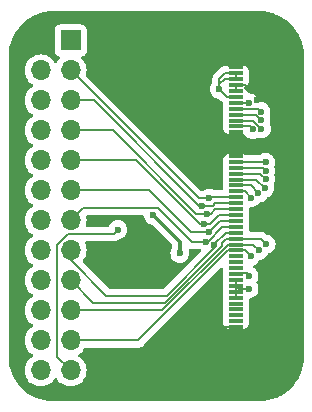
<source format=gbr>
%TF.GenerationSoftware,KiCad,Pcbnew,8.0.8*%
%TF.CreationDate,2025-04-16T08:52:23+10:00*%
%TF.ProjectId,display,64697370-6c61-4792-9e6b-696361645f70,rev?*%
%TF.SameCoordinates,Original*%
%TF.FileFunction,Copper,L2,Bot*%
%TF.FilePolarity,Positive*%
%FSLAX46Y46*%
G04 Gerber Fmt 4.6, Leading zero omitted, Abs format (unit mm)*
G04 Created by KiCad (PCBNEW 8.0.8) date 2025-04-16 08:52:23*
%MOMM*%
%LPD*%
G01*
G04 APERTURE LIST*
G04 Aperture macros list*
%AMFreePoly0*
4,1,14,-0.791020,1.208980,-0.787300,1.200000,0.800000,1.200000,0.800000,-1.200000,-0.800000,-1.200000,-0.800000,-0.412700,-1.600000,-0.412700,-1.608980,-0.408980,-1.612700,-0.400000,-1.612700,1.200000,-1.608980,1.208980,-1.600000,1.212700,-0.800000,1.212700,-0.791020,1.208980,-0.791020,1.208980,$1*%
%AMFreePoly1*
4,1,14,1.608980,1.208980,1.612700,1.200000,1.612700,-0.400000,1.608980,-0.408980,1.600000,-0.412700,0.800000,-0.412700,0.800000,-1.200000,-0.800000,-1.200000,-0.800000,1.200000,0.787300,1.200000,0.791020,1.208980,0.800000,1.212700,1.600000,1.212700,1.608980,1.208980,1.608980,1.208980,$1*%
G04 Aperture macros list end*
%TA.AperFunction,ComponentPad*%
%ADD10R,1.700000X1.700000*%
%TD*%
%TA.AperFunction,ComponentPad*%
%ADD11O,1.700000X1.700000*%
%TD*%
%TA.AperFunction,SMDPad,CuDef*%
%ADD12R,1.200000X0.300000*%
%TD*%
%TA.AperFunction,SMDPad,CuDef*%
%ADD13FreePoly0,270.000000*%
%TD*%
%TA.AperFunction,SMDPad,CuDef*%
%ADD14FreePoly1,270.000000*%
%TD*%
%TA.AperFunction,ViaPad*%
%ADD15C,0.600000*%
%TD*%
%TA.AperFunction,Conductor*%
%ADD16C,0.200000*%
%TD*%
%TA.AperFunction,Conductor*%
%ADD17C,0.300000*%
%TD*%
G04 APERTURE END LIST*
D10*
%TO.P,J3,1,Pin_1*%
%TO.N,+3.3V*%
X58000000Y-41970000D03*
D11*
%TO.P,J3,2,Pin_2*%
%TO.N,GND*%
X55460000Y-41970000D03*
%TO.P,J3,3,Pin_3*%
%TO.N,DISP_DB6*%
X58000000Y-44510000D03*
%TO.P,J3,4,Pin_4*%
%TO.N,DISP_RES*%
X55460000Y-44510000D03*
%TO.P,J3,5,Pin_5*%
%TO.N,DISP_DB7*%
X58000000Y-47050000D03*
%TO.P,J3,6,Pin_6*%
%TO.N,DISP_CS*%
X55460000Y-47050000D03*
%TO.P,J3,7,Pin_7*%
%TO.N,DISP_DB8*%
X58000000Y-49590000D03*
%TO.P,J3,8,Pin_8*%
%TO.N,DISP_DC*%
X55460000Y-49590000D03*
%TO.P,J3,9,Pin_9*%
%TO.N,DISP_DB9*%
X58000000Y-52130000D03*
%TO.P,J3,10,Pin_10*%
%TO.N,DISP_WR*%
X55460000Y-52130000D03*
%TO.P,J3,11,Pin_11*%
%TO.N,DISP_DB10*%
X58000000Y-54670000D03*
%TO.P,J3,12,Pin_12*%
%TO.N,DISP_RD*%
X55460000Y-54670000D03*
%TO.P,J3,13,Pin_13*%
%TO.N,DISP_DB11*%
X58000000Y-57210000D03*
%TO.P,J3,14,Pin_14*%
%TO.N,DISP_DB0*%
X55460000Y-57210000D03*
%TO.P,J3,15,Pin_15*%
%TO.N,DISP_DB12*%
X58000000Y-59750000D03*
%TO.P,J3,16,Pin_16*%
%TO.N,DISP_DB1*%
X55460000Y-59750000D03*
%TO.P,J3,17,Pin_17*%
%TO.N,DISP_DB13*%
X58000000Y-62290000D03*
%TO.P,J3,18,Pin_18*%
%TO.N,DISP_DB2*%
X55460000Y-62290000D03*
%TO.P,J3,19,Pin_19*%
%TO.N,DISP_DB14*%
X58000000Y-64830000D03*
%TO.P,J3,20,Pin_20*%
%TO.N,DISP_DB3*%
X55460000Y-64830000D03*
%TO.P,J3,21,Pin_21*%
%TO.N,DISP_DB15*%
X58000000Y-67370000D03*
%TO.P,J3,22,Pin_22*%
%TO.N,DISP_DB4*%
X55460000Y-67370000D03*
%TO.P,J3,23,Pin_23*%
%TO.N,DISP_BL*%
X58000000Y-69910000D03*
%TO.P,J3,24,Pin_24*%
%TO.N,DISP_DB5*%
X55460000Y-69910000D03*
%TD*%
D12*
%TO.P,J2,1,GND*%
%TO.N,GND*%
X72000000Y-66250000D03*
%TO.P,J2,2,VCI*%
%TO.N,N/C*%
X72000000Y-65750000D03*
%TO.P,J2,3,IOVCC*%
X72000000Y-65250000D03*
%TO.P,J2,4,IM2*%
X72000000Y-64750020D03*
%TO.P,J2,5,IM1*%
X72000000Y-64250020D03*
%TO.P,J2,6,IM0*%
%TO.N,DISP_LEDK*%
X72000000Y-63750020D03*
%TO.P,J2,7,RESET*%
X72000000Y-63250020D03*
%TO.P,J2,8,CS*%
X72000000Y-62750020D03*
%TO.P,J2,9,DC*%
X72000000Y-62250020D03*
%TO.P,J2,10,WR*%
%TO.N,DISP_LEDA*%
X72000000Y-61750020D03*
%TO.P,J2,11,RD*%
%TO.N,N/C*%
X72000000Y-61250020D03*
%TO.P,J2,12,VSYNC*%
X72000000Y-60750020D03*
%TO.P,J2,13,HSYNC*%
X72000000Y-60250020D03*
%TO.P,J2,14,ENABLE*%
%TO.N,DISP_DB15*%
X72000000Y-59750020D03*
%TO.P,J2,15,DOTCLK*%
%TO.N,DISP_DB14*%
X72000000Y-59250020D03*
%TO.P,J2,16,SDA*%
%TO.N,DISP_DB13*%
X72000000Y-58750020D03*
%TO.P,J2,17,DB0*%
%TO.N,DISP_DB12*%
X72000000Y-58250020D03*
%TO.P,J2,18,DB1*%
%TO.N,DISP_DB11*%
X72000000Y-57750020D03*
%TO.P,J2,19,DB2*%
%TO.N,DISP_DB10*%
X72000000Y-57250020D03*
%TO.P,J2,20,DB3*%
%TO.N,DISP_DB9*%
X72000000Y-56750020D03*
%TO.P,J2,21,DB4*%
%TO.N,DISP_DB8*%
X72000000Y-56250020D03*
%TO.P,J2,22,DB5*%
%TO.N,DISP_DB7*%
X72000000Y-55750022D03*
%TO.P,J2,23,DB6*%
%TO.N,DISP_DB6*%
X72000000Y-55250022D03*
%TO.P,J2,24,DB7*%
%TO.N,DISP_DB5*%
X72000000Y-54750022D03*
%TO.P,J2,25,DB8*%
%TO.N,DISP_DB4*%
X72000000Y-54250022D03*
%TO.P,J2,26,DB9*%
%TO.N,DISP_DB3*%
X72000000Y-53750020D03*
%TO.P,J2,27,DB10*%
%TO.N,DISP_DB2*%
X72000000Y-53250020D03*
%TO.P,J2,28,DB11*%
%TO.N,DISP_DB1*%
X72000000Y-52750020D03*
%TO.P,J2,29,DB12*%
%TO.N,DISP_DB0*%
X72000000Y-52250020D03*
%TO.P,J2,30,DB13*%
%TO.N,GND*%
X72000000Y-51750020D03*
%TO.P,J2,31,DB14*%
X72000000Y-51250020D03*
%TO.P,J2,32,DB15*%
X72000000Y-50750020D03*
%TO.P,J2,33,DB16*%
X72000000Y-50250020D03*
%TO.P,J2,34,DB17*%
X72000000Y-49750020D03*
%TO.P,J2,35,SDO*%
%TO.N,DISP_RD*%
X72000000Y-49250020D03*
%TO.P,J2,36,LEDA*%
%TO.N,DISP_WR*%
X72000000Y-48750020D03*
%TO.P,J2,37,LEDK1*%
%TO.N,DISP_DC*%
X72000000Y-48250020D03*
%TO.P,J2,38,LEDK2*%
%TO.N,DISP_CS*%
X72000000Y-47750020D03*
%TO.P,J2,39,LEDK3*%
%TO.N,DISP_RES*%
X72000000Y-47250020D03*
%TO.P,J2,40,LEDK4*%
%TO.N,+3.3V*%
X72000000Y-46750020D03*
%TO.P,J2,41,XR(NC)*%
%TO.N,GND*%
X72000000Y-46250020D03*
%TO.P,J2,42,YU(NC)*%
X72000000Y-45750020D03*
%TO.P,J2,43,XL(NC)*%
%TO.N,+3.3V*%
X72000000Y-45250020D03*
%TO.P,J2,44,YD(NC)*%
X72000000Y-44750000D03*
%TO.P,J2,45,GND*%
%TO.N,GND*%
X72000000Y-44250000D03*
D13*
%TO.P,J2,P1*%
X74699590Y-42550000D03*
D14*
%TO.P,J2,P2*%
X74697990Y-67950000D03*
%TD*%
D15*
%TO.N,GND*%
X70500000Y-43250000D03*
X64750000Y-59000000D03*
X68750000Y-50750000D03*
X73750000Y-47000000D03*
X70250000Y-65500000D03*
X62000000Y-62250000D03*
%TO.N,+3.3V*%
X70600010Y-46099990D03*
%TO.N,DISP_LEDA*%
X73100000Y-61900000D03*
%TO.N,DISP_LEDK*%
X73100000Y-63000000D03*
X67250000Y-60000000D03*
X65000000Y-56750000D03*
%TO.N,DISP_RES*%
X73096164Y-47250000D03*
%TO.N,DISP_DB3*%
X74446610Y-54462712D03*
%TO.N,DISP_DB10*%
X69673020Y-58218931D03*
%TO.N,DISP_WR*%
X74150000Y-49450000D03*
%TO.N,DISP_DB2*%
X74500000Y-53700000D03*
%TO.N,DISP_DB12*%
X70164277Y-59292831D03*
%TO.N,DISP_DB9*%
X69250000Y-57500000D03*
%TO.N,DISP_CS*%
X74107108Y-47992892D03*
%TO.N,DISP_DB4*%
X73900000Y-54900000D03*
%TO.N,DISP_DB5*%
X73300000Y-55300000D03*
%TO.N,DISP_DB6*%
X69750000Y-55349978D03*
%TO.N,DISP_DB11*%
X69500000Y-59000000D03*
%TO.N,DISP_DB14*%
X73950184Y-59750000D03*
%TO.N,DISP_DB8*%
X69549060Y-56628540D03*
%TO.N,DISP_DB1*%
X74503554Y-52996446D03*
%TO.N,DISP_DB15*%
X73250000Y-60250000D03*
%TO.N,DISP_DB7*%
X69125317Y-55949978D03*
%TO.N,DISP_DC*%
X74103554Y-48696446D03*
%TO.N,DISP_RD*%
X73400000Y-49500000D03*
%TO.N,DISP_DB0*%
X74499383Y-52296456D03*
%TO.N,DISP_DB13*%
X74542048Y-59211762D03*
%TO.N,DISP_BL*%
X62000000Y-58000000D03*
%TD*%
D16*
%TO.N,GND*%
X72000000Y-44250000D02*
X71500000Y-44250000D01*
X72000000Y-46250020D02*
X72000000Y-45750020D01*
X73750000Y-46700020D02*
X73750000Y-47000000D01*
X71500000Y-44250000D02*
X70500000Y-43250000D01*
X72000000Y-51250020D02*
X72000000Y-49750020D01*
X71000000Y-66250000D02*
X70250000Y-65500000D01*
X72000000Y-66250000D02*
X71000000Y-66250000D01*
X72000000Y-45750020D02*
X72800000Y-45750020D01*
X72800000Y-45750020D02*
X73750000Y-46700020D01*
X72000000Y-51750020D02*
X72000000Y-51250020D01*
%TO.N,+3.3V*%
X70600010Y-46099990D02*
X70600010Y-45199990D01*
X71250040Y-46750020D02*
X70600010Y-46099990D01*
X71049980Y-45250020D02*
X72000000Y-45250020D01*
X71050000Y-44750000D02*
X72000000Y-44750000D01*
X72000000Y-46750020D02*
X71250040Y-46750020D01*
X70600010Y-45699990D02*
X71049980Y-45250020D01*
X72000000Y-45250020D02*
X72000000Y-44750000D01*
X70600010Y-45199990D02*
X71050000Y-44750000D01*
X70600010Y-46099990D02*
X70600010Y-45699990D01*
%TO.N,DISP_LEDA*%
X72050020Y-61700000D02*
X72000000Y-61750020D01*
X73100000Y-61900000D02*
X72900000Y-61700000D01*
X72900000Y-61700000D02*
X72050020Y-61700000D01*
D17*
%TO.N,DISP_LEDK*%
X67250000Y-59000000D02*
X65000000Y-56750000D01*
D16*
X72249980Y-63000000D02*
X72000000Y-62750020D01*
X73100000Y-63000000D02*
X72249980Y-63000000D01*
D17*
X67250000Y-60000000D02*
X67250000Y-59000000D01*
D16*
X72000000Y-63750020D02*
X72000000Y-62250020D01*
%TO.N,DISP_RES*%
X72000020Y-47250000D02*
X72000000Y-47250020D01*
X73096164Y-47250000D02*
X72000020Y-47250000D01*
%TO.N,DISP_DB3*%
X73733918Y-53750020D02*
X72000000Y-53750020D01*
X74446610Y-54462712D02*
X73733918Y-53750020D01*
%TO.N,DISP_DB10*%
X69673020Y-58218931D02*
X68186088Y-58218931D01*
X64637157Y-54670000D02*
X58000000Y-54670000D01*
X69673020Y-58218931D02*
X70641931Y-57250020D01*
X68186088Y-58218931D02*
X64637157Y-54670000D01*
X70641931Y-57250020D02*
X72000000Y-57250020D01*
%TO.N,DISP_WR*%
X73450020Y-48750020D02*
X74150000Y-49450000D01*
X72000000Y-48750020D02*
X73450020Y-48750020D01*
%TO.N,DISP_DB2*%
X72000000Y-53250020D02*
X74050020Y-53250020D01*
X74050020Y-53250020D02*
X74500000Y-53700000D01*
%TO.N,DISP_DB12*%
X70164277Y-59235723D02*
X71149980Y-58250020D01*
X58000000Y-60600000D02*
X58000000Y-59750000D01*
X70164277Y-59578412D02*
X66142689Y-63600000D01*
X70164277Y-59292831D02*
X70164277Y-59235723D01*
X61000000Y-63600000D02*
X58000000Y-60600000D01*
X66142689Y-63600000D02*
X61000000Y-63600000D01*
X70164277Y-59292831D02*
X70164277Y-59578412D01*
X71149980Y-58250020D02*
X72000000Y-58250020D01*
%TO.N,DISP_DB9*%
X63564314Y-52130000D02*
X68934314Y-57500000D01*
X68934314Y-57500000D02*
X69250000Y-57500000D01*
X70549980Y-56750020D02*
X72000000Y-56750020D01*
X69800000Y-57500000D02*
X70549980Y-56750020D01*
X58000000Y-52130000D02*
X63564314Y-52130000D01*
X69250000Y-57500000D02*
X69800000Y-57500000D01*
%TO.N,DISP_CS*%
X74107108Y-47992892D02*
X73864236Y-47750020D01*
X73864236Y-47750020D02*
X72000000Y-47750020D01*
%TO.N,DISP_DB4*%
X73250022Y-54250022D02*
X73900000Y-54900000D01*
X72000000Y-54250022D02*
X73250022Y-54250022D01*
%TO.N,DISP_DB5*%
X72000000Y-54750022D02*
X72750022Y-54750022D01*
X72750022Y-54750022D02*
X73300000Y-55300000D01*
%TO.N,DISP_DB6*%
X69750000Y-55349978D02*
X69849956Y-55250022D01*
X68839978Y-55349978D02*
X58000000Y-44510000D01*
X69750000Y-55349978D02*
X68839978Y-55349978D01*
X69849956Y-55250022D02*
X72000000Y-55250022D01*
%TO.N,DISP_DB11*%
X59060000Y-56150000D02*
X58000000Y-57210000D01*
X68250000Y-59000000D02*
X65400000Y-56150000D01*
X69500000Y-59000000D02*
X68250000Y-59000000D01*
X70849038Y-57750020D02*
X72000000Y-57750020D01*
X69599058Y-59000000D02*
X70849038Y-57750020D01*
X69500000Y-59000000D02*
X69599058Y-59000000D01*
X65400000Y-56150000D02*
X59060000Y-56150000D01*
%TO.N,DISP_DB14*%
X73450204Y-59250020D02*
X72000000Y-59250020D01*
X72000000Y-59250020D02*
X71350000Y-59250020D01*
X65770020Y-64830000D02*
X58000000Y-64830000D01*
X71350000Y-59250020D02*
X65770020Y-64830000D01*
X73950184Y-59750000D02*
X73450204Y-59250020D01*
%TO.N,DISP_DB8*%
X61590000Y-49590000D02*
X58000000Y-49590000D01*
X69549060Y-56628540D02*
X69871460Y-56628540D01*
X69549060Y-56628540D02*
X68628540Y-56628540D01*
X68628540Y-56628540D02*
X61590000Y-49590000D01*
X70249980Y-56250020D02*
X72000000Y-56250020D01*
X69871460Y-56628540D02*
X70249980Y-56250020D01*
%TO.N,DISP_DB1*%
X74257128Y-52750020D02*
X72000000Y-52750020D01*
X74503554Y-52996446D02*
X74257128Y-52750020D01*
%TO.N,DISP_DB15*%
X63730020Y-67370000D02*
X58000000Y-67370000D01*
X73250000Y-60250000D02*
X72750020Y-59750020D01*
X71350000Y-59750020D02*
X63730020Y-67370000D01*
X72750020Y-59750020D02*
X72000000Y-59750020D01*
X72000000Y-59750020D02*
X71350000Y-59750020D01*
%TO.N,DISP_DB7*%
X69125317Y-55949978D02*
X70050022Y-55949978D01*
X70249978Y-55750022D02*
X72000000Y-55750022D01*
X58000000Y-47050000D02*
X59974314Y-47050000D01*
X68874292Y-55949978D02*
X69125317Y-55949978D01*
X70050022Y-55949978D02*
X70249978Y-55750022D01*
X59974314Y-47050000D02*
X68874292Y-55949978D01*
%TO.N,DISP_DC*%
X72000000Y-48250020D02*
X73657128Y-48250020D01*
X73657128Y-48250020D02*
X74103554Y-48696446D01*
%TO.N,DISP_RD*%
X73150020Y-49250020D02*
X73400000Y-49500000D01*
X72000000Y-49250020D02*
X73150020Y-49250020D01*
%TO.N,DISP_DB0*%
X74452947Y-52250020D02*
X72000000Y-52250020D01*
X74499383Y-52296456D02*
X74452947Y-52250020D01*
%TO.N,DISP_DB13*%
X74542048Y-59211762D02*
X74080306Y-58750020D01*
X74080306Y-58750020D02*
X72000000Y-58750020D01*
X70800000Y-59366953D02*
X65966953Y-64200000D01*
X70800000Y-59100000D02*
X70800000Y-59366953D01*
X72000000Y-58750020D02*
X71149980Y-58750020D01*
X71149980Y-58750020D02*
X70800000Y-59100000D01*
X65966953Y-64200000D02*
X59910000Y-64200000D01*
X59910000Y-64200000D02*
X58000000Y-62290000D01*
%TO.N,DISP_BL*%
X57763654Y-58360000D02*
X61640000Y-58360000D01*
X56850000Y-59273654D02*
X57763654Y-58360000D01*
X58000000Y-69910000D02*
X56850000Y-68760000D01*
X56850000Y-68760000D02*
X56850000Y-59273654D01*
X61640000Y-58360000D02*
X62000000Y-58000000D01*
%TD*%
%TA.AperFunction,Conductor*%
%TO.N,GND*%
G36*
X64150717Y-56770185D02*
G01*
X64196472Y-56822989D01*
X64206898Y-56860617D01*
X64214630Y-56929249D01*
X64274210Y-57099521D01*
X64274211Y-57099522D01*
X64370184Y-57252262D01*
X64497738Y-57379816D01*
X64650478Y-57475789D01*
X64820745Y-57535368D01*
X64827974Y-57536182D01*
X64892388Y-57563246D01*
X64901776Y-57571722D01*
X66563181Y-59233127D01*
X66596666Y-59294450D01*
X66599500Y-59320808D01*
X66599500Y-59494931D01*
X66580494Y-59560903D01*
X66524211Y-59650477D01*
X66524209Y-59650481D01*
X66464633Y-59820737D01*
X66464630Y-59820750D01*
X66444435Y-59999996D01*
X66444435Y-60000003D01*
X66464630Y-60179249D01*
X66464631Y-60179254D01*
X66524211Y-60349523D01*
X66603549Y-60475788D01*
X66620184Y-60502262D01*
X66747738Y-60629816D01*
X66900478Y-60725789D01*
X67070745Y-60785368D01*
X67070750Y-60785369D01*
X67249996Y-60805565D01*
X67250000Y-60805565D01*
X67250004Y-60805565D01*
X67429249Y-60785369D01*
X67429252Y-60785368D01*
X67429255Y-60785368D01*
X67599522Y-60725789D01*
X67752262Y-60629816D01*
X67879816Y-60502262D01*
X67975789Y-60349522D01*
X68035368Y-60179255D01*
X68055565Y-60000000D01*
X68055367Y-59998244D01*
X68035369Y-59820750D01*
X68035366Y-59820737D01*
X68013792Y-59759082D01*
X68010230Y-59689303D01*
X68044958Y-59628676D01*
X68106952Y-59596448D01*
X68162930Y-59598353D01*
X68170943Y-59600501D01*
X68170944Y-59600501D01*
X68336654Y-59600501D01*
X68336670Y-59600500D01*
X68917588Y-59600500D01*
X68984627Y-59620185D01*
X68994903Y-59627555D01*
X68997736Y-59629814D01*
X68997738Y-59629816D01*
X69029374Y-59649694D01*
X69075665Y-59702029D01*
X69086313Y-59771082D01*
X69057938Y-59834931D01*
X69051083Y-59842369D01*
X65930273Y-62963181D01*
X65868950Y-62996666D01*
X65842592Y-62999500D01*
X61300098Y-62999500D01*
X61233059Y-62979815D01*
X61212417Y-62963181D01*
X59042246Y-60793011D01*
X59008761Y-60731688D01*
X59013745Y-60661996D01*
X59036522Y-60626808D01*
X59035017Y-60625545D01*
X59038488Y-60621407D01*
X59038495Y-60621401D01*
X59174035Y-60427830D01*
X59273903Y-60213663D01*
X59335063Y-59985408D01*
X59355659Y-59750000D01*
X59335063Y-59514592D01*
X59273903Y-59286337D01*
X59204220Y-59136904D01*
X59193729Y-59067828D01*
X59222249Y-59004044D01*
X59280725Y-58965804D01*
X59316603Y-58960500D01*
X61553331Y-58960500D01*
X61553347Y-58960501D01*
X61560943Y-58960501D01*
X61719054Y-58960501D01*
X61719057Y-58960501D01*
X61871785Y-58919577D01*
X61921904Y-58890639D01*
X62008716Y-58840520D01*
X62018533Y-58830703D01*
X62079855Y-58797216D01*
X62092316Y-58795162D01*
X62179255Y-58785368D01*
X62349522Y-58725789D01*
X62502262Y-58629816D01*
X62629816Y-58502262D01*
X62725789Y-58349522D01*
X62785368Y-58179255D01*
X62786321Y-58170799D01*
X62805565Y-58000003D01*
X62805565Y-57999996D01*
X62785369Y-57820750D01*
X62785368Y-57820745D01*
X62725788Y-57650476D01*
X62653972Y-57536182D01*
X62629816Y-57497738D01*
X62502262Y-57370184D01*
X62349523Y-57274211D01*
X62179254Y-57214631D01*
X62179249Y-57214630D01*
X62000004Y-57194435D01*
X61999996Y-57194435D01*
X61820750Y-57214630D01*
X61820745Y-57214631D01*
X61650476Y-57274211D01*
X61497737Y-57370184D01*
X61370184Y-57497737D01*
X61274210Y-57650477D01*
X61274210Y-57650478D01*
X61265122Y-57676453D01*
X61224401Y-57733230D01*
X61159449Y-57758978D01*
X61148080Y-57759500D01*
X59412503Y-57759500D01*
X59345464Y-57739815D01*
X59299709Y-57687011D01*
X59289765Y-57617853D01*
X59292728Y-57603407D01*
X59306467Y-57552131D01*
X59335063Y-57445408D01*
X59355659Y-57210000D01*
X59335063Y-56974592D01*
X59316843Y-56906593D01*
X59318506Y-56836743D01*
X59357669Y-56778881D01*
X59421897Y-56751377D01*
X59436618Y-56750500D01*
X64083678Y-56750500D01*
X64150717Y-56770185D01*
G37*
%TD.AperFunction*%
%TA.AperFunction,Conductor*%
G36*
X74003032Y-39500648D02*
G01*
X74361433Y-39518256D01*
X74373541Y-39519448D01*
X74725475Y-39571653D01*
X74737389Y-39574023D01*
X75082520Y-39660473D01*
X75094147Y-39664000D01*
X75429151Y-39783867D01*
X75440363Y-39788511D01*
X75762012Y-39940639D01*
X75772720Y-39946363D01*
X76077881Y-40129270D01*
X76087999Y-40136030D01*
X76373769Y-40347971D01*
X76383175Y-40355691D01*
X76646790Y-40594618D01*
X76655381Y-40603209D01*
X76857883Y-40826635D01*
X76894308Y-40866824D01*
X76902028Y-40876230D01*
X77113969Y-41162000D01*
X77120729Y-41172118D01*
X77303629Y-41477267D01*
X77309366Y-41487999D01*
X77461485Y-41809629D01*
X77466136Y-41820858D01*
X77585994Y-42155837D01*
X77589526Y-42167481D01*
X77675973Y-42512597D01*
X77678347Y-42524532D01*
X77730550Y-42876457D01*
X77731743Y-42888567D01*
X77749351Y-43246966D01*
X77749500Y-43253051D01*
X77749500Y-68746948D01*
X77749351Y-68753033D01*
X77731743Y-69111432D01*
X77730550Y-69123542D01*
X77678347Y-69475467D01*
X77675973Y-69487402D01*
X77589526Y-69832518D01*
X77585994Y-69844162D01*
X77478207Y-70145408D01*
X77466142Y-70179127D01*
X77461485Y-70190370D01*
X77309366Y-70512000D01*
X77303629Y-70522732D01*
X77120729Y-70827881D01*
X77113969Y-70837999D01*
X76902028Y-71123769D01*
X76894308Y-71133175D01*
X76655388Y-71396783D01*
X76646783Y-71405388D01*
X76383175Y-71644308D01*
X76373769Y-71652028D01*
X76087999Y-71863969D01*
X76077881Y-71870729D01*
X75772732Y-72053629D01*
X75762000Y-72059366D01*
X75440370Y-72211485D01*
X75429134Y-72216139D01*
X75318365Y-72255773D01*
X75094162Y-72335994D01*
X75082518Y-72339526D01*
X74737402Y-72425973D01*
X74725467Y-72428347D01*
X74373542Y-72480550D01*
X74361432Y-72481743D01*
X74023927Y-72498324D01*
X74003031Y-72499351D01*
X73996949Y-72499500D01*
X56503051Y-72499500D01*
X56496968Y-72499351D01*
X56474856Y-72498264D01*
X56138567Y-72481743D01*
X56126457Y-72480550D01*
X55774532Y-72428347D01*
X55762597Y-72425973D01*
X55417481Y-72339526D01*
X55405837Y-72335994D01*
X55070858Y-72216136D01*
X55059629Y-72211485D01*
X54737999Y-72059366D01*
X54727272Y-72053631D01*
X54422118Y-71870729D01*
X54412000Y-71863969D01*
X54126230Y-71652028D01*
X54116824Y-71644308D01*
X54076635Y-71607883D01*
X53853209Y-71405381D01*
X53844618Y-71396790D01*
X53605691Y-71133175D01*
X53597971Y-71123769D01*
X53568500Y-71084032D01*
X53386028Y-70837996D01*
X53379270Y-70827881D01*
X53196363Y-70522720D01*
X53190639Y-70512012D01*
X53038511Y-70190363D01*
X53033867Y-70179151D01*
X52914000Y-69844147D01*
X52910473Y-69832518D01*
X52870913Y-69674586D01*
X52824023Y-69487389D01*
X52821652Y-69475467D01*
X52769449Y-69123542D01*
X52768256Y-69111431D01*
X52760689Y-68957411D01*
X52750649Y-68753032D01*
X52750500Y-68746948D01*
X52750500Y-44509999D01*
X54104341Y-44509999D01*
X54104341Y-44510000D01*
X54124936Y-44745403D01*
X54124938Y-44745413D01*
X54186094Y-44973655D01*
X54186096Y-44973659D01*
X54186097Y-44973663D01*
X54222696Y-45052149D01*
X54285965Y-45187830D01*
X54285967Y-45187834D01*
X54349836Y-45279047D01*
X54421501Y-45381396D01*
X54421506Y-45381402D01*
X54588597Y-45548493D01*
X54588603Y-45548498D01*
X54774158Y-45678425D01*
X54817783Y-45733002D01*
X54824977Y-45802500D01*
X54793454Y-45864855D01*
X54774158Y-45881575D01*
X54588597Y-46011505D01*
X54421505Y-46178597D01*
X54285965Y-46372169D01*
X54285964Y-46372171D01*
X54186098Y-46586335D01*
X54186094Y-46586344D01*
X54124938Y-46814586D01*
X54124936Y-46814596D01*
X54104341Y-47049999D01*
X54104341Y-47050000D01*
X54124936Y-47285403D01*
X54124938Y-47285413D01*
X54186094Y-47513655D01*
X54186096Y-47513659D01*
X54186097Y-47513663D01*
X54258839Y-47669658D01*
X54285965Y-47727830D01*
X54285967Y-47727834D01*
X54346051Y-47813642D01*
X54421501Y-47921396D01*
X54421506Y-47921402D01*
X54588597Y-48088493D01*
X54588603Y-48088498D01*
X54774158Y-48218425D01*
X54817783Y-48273002D01*
X54824977Y-48342500D01*
X54793454Y-48404855D01*
X54774158Y-48421575D01*
X54588597Y-48551505D01*
X54421505Y-48718597D01*
X54285965Y-48912169D01*
X54285964Y-48912171D01*
X54186098Y-49126335D01*
X54186094Y-49126344D01*
X54124938Y-49354586D01*
X54124936Y-49354596D01*
X54104341Y-49589999D01*
X54104341Y-49590000D01*
X54124936Y-49825403D01*
X54124938Y-49825413D01*
X54186094Y-50053655D01*
X54186096Y-50053659D01*
X54186097Y-50053663D01*
X54266361Y-50225789D01*
X54285965Y-50267830D01*
X54285967Y-50267834D01*
X54312387Y-50305565D01*
X54421501Y-50461396D01*
X54421506Y-50461402D01*
X54588597Y-50628493D01*
X54588603Y-50628498D01*
X54774158Y-50758425D01*
X54817783Y-50813002D01*
X54824977Y-50882500D01*
X54793454Y-50944855D01*
X54774158Y-50961575D01*
X54588597Y-51091505D01*
X54421505Y-51258597D01*
X54285965Y-51452169D01*
X54285964Y-51452171D01*
X54186098Y-51666335D01*
X54186094Y-51666344D01*
X54124938Y-51894586D01*
X54124936Y-51894596D01*
X54104341Y-52129999D01*
X54104341Y-52130000D01*
X54124936Y-52365403D01*
X54124938Y-52365413D01*
X54186094Y-52593655D01*
X54186096Y-52593659D01*
X54186097Y-52593663D01*
X54258839Y-52749658D01*
X54285965Y-52807830D01*
X54285967Y-52807834D01*
X54384042Y-52947898D01*
X54421501Y-53001396D01*
X54421506Y-53001402D01*
X54588597Y-53168493D01*
X54588603Y-53168498D01*
X54774158Y-53298425D01*
X54817783Y-53353002D01*
X54824977Y-53422500D01*
X54793454Y-53484855D01*
X54774158Y-53501575D01*
X54588597Y-53631505D01*
X54421505Y-53798597D01*
X54285965Y-53992169D01*
X54285964Y-53992171D01*
X54186098Y-54206335D01*
X54186094Y-54206344D01*
X54124938Y-54434586D01*
X54124936Y-54434596D01*
X54104341Y-54669999D01*
X54104341Y-54670000D01*
X54124936Y-54905403D01*
X54124938Y-54905413D01*
X54186094Y-55133655D01*
X54186096Y-55133659D01*
X54186097Y-55133663D01*
X54256409Y-55284447D01*
X54285965Y-55347830D01*
X54285967Y-55347834D01*
X54394281Y-55502521D01*
X54421501Y-55541396D01*
X54421506Y-55541402D01*
X54588597Y-55708493D01*
X54588603Y-55708498D01*
X54774158Y-55838425D01*
X54817783Y-55893002D01*
X54824977Y-55962500D01*
X54793454Y-56024855D01*
X54774158Y-56041575D01*
X54588597Y-56171505D01*
X54421505Y-56338597D01*
X54285965Y-56532169D01*
X54285964Y-56532171D01*
X54186098Y-56746335D01*
X54186094Y-56746344D01*
X54124938Y-56974586D01*
X54124936Y-56974596D01*
X54104341Y-57209999D01*
X54104341Y-57210000D01*
X54124936Y-57445403D01*
X54124938Y-57445413D01*
X54186094Y-57673655D01*
X54186096Y-57673659D01*
X54186097Y-57673663D01*
X54225880Y-57758978D01*
X54285965Y-57887830D01*
X54285967Y-57887834D01*
X54364507Y-58000000D01*
X54421501Y-58081396D01*
X54421506Y-58081402D01*
X54588597Y-58248493D01*
X54588603Y-58248498D01*
X54774158Y-58378425D01*
X54817783Y-58433002D01*
X54824977Y-58502500D01*
X54793454Y-58564855D01*
X54774158Y-58581575D01*
X54588597Y-58711505D01*
X54421505Y-58878597D01*
X54285965Y-59072169D01*
X54285964Y-59072171D01*
X54186098Y-59286335D01*
X54186094Y-59286344D01*
X54124938Y-59514586D01*
X54124936Y-59514596D01*
X54104341Y-59749999D01*
X54104341Y-59750000D01*
X54124936Y-59985403D01*
X54124938Y-59985413D01*
X54186094Y-60213655D01*
X54186096Y-60213659D01*
X54186097Y-60213663D01*
X54204096Y-60252262D01*
X54285965Y-60427830D01*
X54285967Y-60427834D01*
X54421501Y-60621395D01*
X54421506Y-60621402D01*
X54588597Y-60788493D01*
X54588603Y-60788498D01*
X54774158Y-60918425D01*
X54817783Y-60973002D01*
X54824977Y-61042500D01*
X54793454Y-61104855D01*
X54774158Y-61121575D01*
X54588597Y-61251505D01*
X54421505Y-61418597D01*
X54285965Y-61612169D01*
X54285964Y-61612171D01*
X54186098Y-61826335D01*
X54186094Y-61826344D01*
X54124938Y-62054586D01*
X54124936Y-62054596D01*
X54104341Y-62289999D01*
X54104341Y-62290000D01*
X54124936Y-62525403D01*
X54124938Y-62525413D01*
X54186094Y-62753655D01*
X54186096Y-62753659D01*
X54186097Y-62753663D01*
X54276666Y-62947889D01*
X54285965Y-62967830D01*
X54285967Y-62967834D01*
X54421501Y-63161395D01*
X54421506Y-63161402D01*
X54588597Y-63328493D01*
X54588603Y-63328498D01*
X54774158Y-63458425D01*
X54817783Y-63513002D01*
X54824977Y-63582500D01*
X54793454Y-63644855D01*
X54774158Y-63661575D01*
X54588597Y-63791505D01*
X54421505Y-63958597D01*
X54285965Y-64152169D01*
X54285964Y-64152171D01*
X54186098Y-64366335D01*
X54186094Y-64366344D01*
X54124938Y-64594586D01*
X54124936Y-64594596D01*
X54104341Y-64829999D01*
X54104341Y-64830000D01*
X54124936Y-65065403D01*
X54124938Y-65065413D01*
X54186094Y-65293655D01*
X54186096Y-65293659D01*
X54186097Y-65293663D01*
X54258005Y-65447869D01*
X54285965Y-65507830D01*
X54285967Y-65507834D01*
X54421501Y-65701395D01*
X54421506Y-65701402D01*
X54588597Y-65868493D01*
X54588603Y-65868498D01*
X54774158Y-65998425D01*
X54817783Y-66053002D01*
X54824977Y-66122500D01*
X54793454Y-66184855D01*
X54774158Y-66201575D01*
X54588597Y-66331505D01*
X54421505Y-66498597D01*
X54285965Y-66692169D01*
X54285964Y-66692171D01*
X54186098Y-66906335D01*
X54186094Y-66906344D01*
X54124938Y-67134586D01*
X54124936Y-67134596D01*
X54104341Y-67369999D01*
X54104341Y-67370000D01*
X54124936Y-67605403D01*
X54124938Y-67605413D01*
X54186094Y-67833655D01*
X54186096Y-67833659D01*
X54186097Y-67833663D01*
X54249906Y-67970501D01*
X54285965Y-68047830D01*
X54285967Y-68047834D01*
X54421501Y-68241395D01*
X54421506Y-68241402D01*
X54588597Y-68408493D01*
X54588603Y-68408498D01*
X54774158Y-68538425D01*
X54817783Y-68593002D01*
X54824977Y-68662500D01*
X54793454Y-68724855D01*
X54774158Y-68741575D01*
X54588597Y-68871505D01*
X54421505Y-69038597D01*
X54285965Y-69232169D01*
X54285964Y-69232171D01*
X54186098Y-69446335D01*
X54186094Y-69446344D01*
X54124938Y-69674586D01*
X54124936Y-69674596D01*
X54104341Y-69909999D01*
X54104341Y-69910000D01*
X54124936Y-70145403D01*
X54124938Y-70145413D01*
X54186094Y-70373655D01*
X54186096Y-70373659D01*
X54186097Y-70373663D01*
X54255609Y-70522732D01*
X54285965Y-70587830D01*
X54285967Y-70587834D01*
X54394281Y-70742521D01*
X54421505Y-70781401D01*
X54588599Y-70948495D01*
X54685384Y-71016265D01*
X54782165Y-71084032D01*
X54782167Y-71084033D01*
X54782170Y-71084035D01*
X54996337Y-71183903D01*
X55224592Y-71245063D01*
X55412918Y-71261539D01*
X55459999Y-71265659D01*
X55460000Y-71265659D01*
X55460001Y-71265659D01*
X55499234Y-71262226D01*
X55695408Y-71245063D01*
X55923663Y-71183903D01*
X56137830Y-71084035D01*
X56331401Y-70948495D01*
X56498495Y-70781401D01*
X56628425Y-70595842D01*
X56683002Y-70552217D01*
X56752500Y-70545023D01*
X56814855Y-70576546D01*
X56831575Y-70595842D01*
X56961500Y-70781395D01*
X56961505Y-70781401D01*
X57128599Y-70948495D01*
X57225384Y-71016265D01*
X57322165Y-71084032D01*
X57322167Y-71084033D01*
X57322170Y-71084035D01*
X57536337Y-71183903D01*
X57764592Y-71245063D01*
X57952918Y-71261539D01*
X57999999Y-71265659D01*
X58000000Y-71265659D01*
X58000001Y-71265659D01*
X58039234Y-71262226D01*
X58235408Y-71245063D01*
X58463663Y-71183903D01*
X58677830Y-71084035D01*
X58871401Y-70948495D01*
X59038495Y-70781401D01*
X59174035Y-70587830D01*
X59273903Y-70373663D01*
X59335063Y-70145408D01*
X59355659Y-69910000D01*
X59335063Y-69674592D01*
X59273903Y-69446337D01*
X59174035Y-69232171D01*
X59097973Y-69123542D01*
X59038494Y-69038597D01*
X58871402Y-68871506D01*
X58871396Y-68871501D01*
X58685842Y-68741575D01*
X58642217Y-68686998D01*
X58635023Y-68617500D01*
X58666546Y-68555145D01*
X58685842Y-68538425D01*
X58789501Y-68465842D01*
X58871401Y-68408495D01*
X59038495Y-68241401D01*
X59174035Y-68047830D01*
X59176707Y-68042097D01*
X59222878Y-67989658D01*
X59289091Y-67970500D01*
X63643351Y-67970500D01*
X63643367Y-67970501D01*
X63650963Y-67970501D01*
X63809074Y-67970501D01*
X63809077Y-67970501D01*
X63961805Y-67929577D01*
X64011924Y-67900639D01*
X64098736Y-67850520D01*
X64210540Y-67738716D01*
X64210540Y-67738714D01*
X64220748Y-67728507D01*
X64220750Y-67728504D01*
X70687821Y-61261432D01*
X70749142Y-61227949D01*
X70818834Y-61232933D01*
X70874767Y-61274805D01*
X70899184Y-61340269D01*
X70899500Y-61349114D01*
X70899500Y-61447888D01*
X70899501Y-61447898D01*
X70903679Y-61486765D01*
X70903679Y-61513270D01*
X70899500Y-61552142D01*
X70899500Y-61947889D01*
X70899501Y-61947898D01*
X70903679Y-61986765D01*
X70903679Y-62013270D01*
X70899500Y-62052142D01*
X70899500Y-62447889D01*
X70899501Y-62447898D01*
X70903679Y-62486765D01*
X70903679Y-62513270D01*
X70899500Y-62552142D01*
X70899500Y-62947889D01*
X70899501Y-62947898D01*
X70903679Y-62986765D01*
X70903679Y-63013270D01*
X70899500Y-63052142D01*
X70899500Y-63447889D01*
X70899501Y-63447898D01*
X70903679Y-63486765D01*
X70903679Y-63513270D01*
X70899500Y-63552142D01*
X70899500Y-63947889D01*
X70899501Y-63947898D01*
X70903679Y-63986765D01*
X70903679Y-64013270D01*
X70899500Y-64052142D01*
X70899500Y-64447889D01*
X70899501Y-64447898D01*
X70903679Y-64486765D01*
X70903679Y-64513270D01*
X70899500Y-64552142D01*
X70899500Y-64947889D01*
X70899501Y-64947898D01*
X70903678Y-64986755D01*
X70903678Y-65013261D01*
X70899500Y-65052124D01*
X70899500Y-65447869D01*
X70899501Y-65447878D01*
X70903679Y-65486745D01*
X70903679Y-65513250D01*
X70899500Y-65552122D01*
X70899500Y-65947870D01*
X70899501Y-65947876D01*
X70905908Y-66007483D01*
X70956202Y-66142328D01*
X70956206Y-66142335D01*
X71042452Y-66257544D01*
X71042455Y-66257547D01*
X71157664Y-66343793D01*
X71157671Y-66343797D01*
X71292517Y-66394091D01*
X71292516Y-66394091D01*
X71299444Y-66394835D01*
X71352127Y-66400500D01*
X72647872Y-66400499D01*
X72707483Y-66394091D01*
X72842331Y-66343796D01*
X72957546Y-66257546D01*
X73043796Y-66142331D01*
X73094091Y-66007483D01*
X73100500Y-65947873D01*
X73100499Y-65552128D01*
X73100499Y-65552127D01*
X73100498Y-65552111D01*
X73096320Y-65513253D01*
X73096320Y-65486745D01*
X73100500Y-65447873D01*
X73100499Y-65052128D01*
X73100499Y-65052124D01*
X73100498Y-65052111D01*
X73096321Y-65013263D01*
X73096321Y-64986755D01*
X73100500Y-64947893D01*
X73100499Y-64552148D01*
X73100499Y-64552147D01*
X73100498Y-64552131D01*
X73096320Y-64513273D01*
X73096320Y-64486765D01*
X73100500Y-64447893D01*
X73100499Y-64052148D01*
X73100499Y-64052147D01*
X73100498Y-64052131D01*
X73096320Y-64013273D01*
X73096320Y-63986765D01*
X73100500Y-63947893D01*
X73100499Y-63916322D01*
X73120182Y-63849285D01*
X73172984Y-63803528D01*
X73210610Y-63793101D01*
X73279255Y-63785368D01*
X73449522Y-63725789D01*
X73602262Y-63629816D01*
X73729816Y-63502262D01*
X73825789Y-63349522D01*
X73885368Y-63179255D01*
X73887380Y-63161401D01*
X73905565Y-63000003D01*
X73905565Y-62999996D01*
X73885369Y-62820750D01*
X73885368Y-62820745D01*
X73825788Y-62650475D01*
X73747202Y-62525408D01*
X73741272Y-62515970D01*
X73722272Y-62448736D01*
X73741272Y-62384029D01*
X73825789Y-62249522D01*
X73885368Y-62079255D01*
X73885369Y-62079249D01*
X73905565Y-61900003D01*
X73905565Y-61899996D01*
X73885369Y-61720750D01*
X73885368Y-61720745D01*
X73847376Y-61612171D01*
X73825789Y-61550478D01*
X73794083Y-61500019D01*
X73785755Y-61486765D01*
X73729816Y-61397738D01*
X73602262Y-61270184D01*
X73602260Y-61270182D01*
X73518365Y-61217467D01*
X73472075Y-61165132D01*
X73461427Y-61096079D01*
X73489802Y-61032231D01*
X73543384Y-60995432D01*
X73576411Y-60983876D01*
X73599520Y-60975790D01*
X73603957Y-60973002D01*
X73752262Y-60879816D01*
X73879816Y-60752262D01*
X73975695Y-60599670D01*
X74028027Y-60553382D01*
X74066799Y-60542425D01*
X74129439Y-60535368D01*
X74299706Y-60475789D01*
X74452446Y-60379816D01*
X74580000Y-60252262D01*
X74675973Y-60099522D01*
X74690752Y-60057284D01*
X74731472Y-60000508D01*
X74766835Y-59981197D01*
X74891570Y-59937551D01*
X75044310Y-59841578D01*
X75171864Y-59714024D01*
X75267837Y-59561284D01*
X75327416Y-59391017D01*
X75335327Y-59320808D01*
X75347613Y-59211765D01*
X75347613Y-59211758D01*
X75327417Y-59032512D01*
X75327416Y-59032507D01*
X75317456Y-59004044D01*
X75267837Y-58862240D01*
X75254189Y-58840520D01*
X75224415Y-58793134D01*
X75171864Y-58709500D01*
X75044310Y-58581946D01*
X74917494Y-58502262D01*
X74891569Y-58485972D01*
X74721297Y-58426392D01*
X74634379Y-58416599D01*
X74569965Y-58389532D01*
X74560582Y-58381060D01*
X74449023Y-58269501D01*
X74449022Y-58269500D01*
X74346830Y-58210500D01*
X74346829Y-58210499D01*
X74312089Y-58190442D01*
X74256187Y-58175463D01*
X74159363Y-58149519D01*
X74001249Y-58149519D01*
X73993653Y-58149519D01*
X73993637Y-58149520D01*
X73222351Y-58149520D01*
X73155312Y-58129835D01*
X73109557Y-58077031D01*
X73099062Y-58038776D01*
X73096320Y-58013273D01*
X73096320Y-57986767D01*
X73100500Y-57947893D01*
X73100499Y-57552148D01*
X73100498Y-57552131D01*
X73096320Y-57513273D01*
X73096320Y-57486767D01*
X73100500Y-57447893D01*
X73100499Y-57052148D01*
X73100498Y-57052131D01*
X73096320Y-57013273D01*
X73096320Y-56986767D01*
X73100500Y-56947893D01*
X73100499Y-56552148D01*
X73100498Y-56552131D01*
X73096320Y-56513273D01*
X73096320Y-56486767D01*
X73100500Y-56447893D01*
X73100499Y-56221841D01*
X73120183Y-56154803D01*
X73172987Y-56109048D01*
X73238381Y-56098622D01*
X73290375Y-56104480D01*
X73299999Y-56105565D01*
X73300000Y-56105565D01*
X73300004Y-56105565D01*
X73479249Y-56085369D01*
X73479252Y-56085368D01*
X73479255Y-56085368D01*
X73649522Y-56025789D01*
X73802262Y-55929816D01*
X73929816Y-55802262D01*
X73965705Y-55745144D01*
X74018037Y-55698854D01*
X74056814Y-55687896D01*
X74079255Y-55685368D01*
X74249522Y-55625789D01*
X74402262Y-55529816D01*
X74529816Y-55402262D01*
X74603845Y-55284444D01*
X74656177Y-55238155D01*
X74667864Y-55233383D01*
X74796132Y-55188501D01*
X74948872Y-55092528D01*
X75076426Y-54964974D01*
X75172399Y-54812234D01*
X75231978Y-54641967D01*
X75231979Y-54641961D01*
X75252175Y-54462715D01*
X75252175Y-54462708D01*
X75231979Y-54283465D01*
X75231977Y-54283454D01*
X75196909Y-54183236D01*
X75193347Y-54113457D01*
X75208956Y-54076309D01*
X75225789Y-54049522D01*
X75285368Y-53879255D01*
X75285369Y-53879249D01*
X75305565Y-53700003D01*
X75305565Y-53699996D01*
X75285369Y-53520753D01*
X75285368Y-53520746D01*
X75278660Y-53501575D01*
X75241106Y-53394254D01*
X75237544Y-53324480D01*
X75241107Y-53312348D01*
X75288920Y-53175708D01*
X75288923Y-53175695D01*
X75309119Y-52996449D01*
X75309119Y-52996442D01*
X75288923Y-52817196D01*
X75288920Y-52817183D01*
X75241422Y-52681444D01*
X75237859Y-52611666D01*
X75241415Y-52599556D01*
X75284751Y-52475711D01*
X75287885Y-52447898D01*
X75304948Y-52296459D01*
X75304948Y-52296452D01*
X75284752Y-52117206D01*
X75284751Y-52117201D01*
X75225171Y-51946932D01*
X75169097Y-51857691D01*
X75129199Y-51794194D01*
X75001645Y-51666640D01*
X74974399Y-51649520D01*
X74848906Y-51570667D01*
X74678637Y-51511087D01*
X74678632Y-51511086D01*
X74499387Y-51490891D01*
X74499379Y-51490891D01*
X74320133Y-51511086D01*
X74320120Y-51511089D01*
X74149864Y-51570665D01*
X74149860Y-51570666D01*
X74054615Y-51630514D01*
X73988643Y-51649520D01*
X72846729Y-51649520D01*
X72803396Y-51641702D01*
X72707482Y-51605928D01*
X72707483Y-51605928D01*
X72647883Y-51599521D01*
X72647881Y-51599520D01*
X72647873Y-51599520D01*
X72647864Y-51599520D01*
X71352129Y-51599520D01*
X71352123Y-51599521D01*
X71292516Y-51605928D01*
X71157671Y-51656222D01*
X71157664Y-51656226D01*
X71042455Y-51742472D01*
X71042452Y-51742475D01*
X70956206Y-51857684D01*
X70956202Y-51857691D01*
X70905910Y-51992533D01*
X70905909Y-51992537D01*
X70899500Y-52052147D01*
X70899500Y-52052154D01*
X70899500Y-52052155D01*
X70899500Y-52447889D01*
X70899501Y-52447898D01*
X70903679Y-52486765D01*
X70903679Y-52513270D01*
X70899500Y-52552142D01*
X70899500Y-52947889D01*
X70899501Y-52947898D01*
X70903679Y-52986765D01*
X70903679Y-53013270D01*
X70899500Y-53052142D01*
X70899500Y-53447889D01*
X70899501Y-53447898D01*
X70903679Y-53486765D01*
X70903679Y-53513270D01*
X70899500Y-53552142D01*
X70899500Y-53947889D01*
X70899501Y-53947900D01*
X70903679Y-53986767D01*
X70903679Y-54013271D01*
X70899500Y-54052144D01*
X70899500Y-54447891D01*
X70899501Y-54447900D01*
X70903679Y-54486767D01*
X70903679Y-54513270D01*
X70900938Y-54538773D01*
X70874202Y-54603325D01*
X70816811Y-54643175D01*
X70777648Y-54649522D01*
X70175564Y-54649522D01*
X70109593Y-54630516D01*
X70099525Y-54624190D01*
X69929254Y-54564609D01*
X69929249Y-54564608D01*
X69750004Y-54544413D01*
X69749996Y-54544413D01*
X69570750Y-54564608D01*
X69570745Y-54564609D01*
X69400476Y-54624189D01*
X69247736Y-54720163D01*
X69244903Y-54722423D01*
X69242724Y-54723312D01*
X69241842Y-54723867D01*
X69241744Y-54723712D01*
X69180217Y-54748833D01*
X69167588Y-54749478D01*
X69140075Y-54749478D01*
X69073036Y-54729793D01*
X69052394Y-54713159D01*
X60439221Y-46099986D01*
X69794445Y-46099986D01*
X69794445Y-46099993D01*
X69814640Y-46279239D01*
X69814641Y-46279244D01*
X69874221Y-46449513D01*
X69954935Y-46577967D01*
X69970194Y-46602252D01*
X70097748Y-46729806D01*
X70250488Y-46825779D01*
X70420755Y-46885358D01*
X70507679Y-46895151D01*
X70572090Y-46922216D01*
X70581475Y-46930690D01*
X70765179Y-47114394D01*
X70765189Y-47114405D01*
X70769519Y-47118735D01*
X70769520Y-47118736D01*
X70863182Y-47212398D01*
X70896666Y-47273719D01*
X70899500Y-47300077D01*
X70899500Y-47447888D01*
X70899501Y-47447898D01*
X70903679Y-47486765D01*
X70903679Y-47513270D01*
X70899500Y-47552142D01*
X70899500Y-47947889D01*
X70899501Y-47947898D01*
X70903679Y-47986765D01*
X70903679Y-48013270D01*
X70899500Y-48052142D01*
X70899500Y-48447889D01*
X70899501Y-48447898D01*
X70903679Y-48486765D01*
X70903679Y-48513270D01*
X70899500Y-48552142D01*
X70899500Y-48947889D01*
X70899501Y-48947898D01*
X70903679Y-48986765D01*
X70903679Y-49013270D01*
X70899500Y-49052142D01*
X70899500Y-49447890D01*
X70899501Y-49447896D01*
X70905908Y-49507503D01*
X70956202Y-49642348D01*
X70956206Y-49642355D01*
X71042452Y-49757564D01*
X71042455Y-49757567D01*
X71157664Y-49843813D01*
X71157671Y-49843817D01*
X71292517Y-49894111D01*
X71292516Y-49894111D01*
X71297437Y-49894640D01*
X71352127Y-49900520D01*
X72637721Y-49900519D01*
X72704760Y-49920204D01*
X72742714Y-49958546D01*
X72770181Y-50002258D01*
X72770182Y-50002260D01*
X72770184Y-50002262D01*
X72897738Y-50129816D01*
X72970902Y-50175788D01*
X73024805Y-50209658D01*
X73050478Y-50225789D01*
X73170627Y-50267831D01*
X73220745Y-50285368D01*
X73220750Y-50285369D01*
X73399996Y-50305565D01*
X73400000Y-50305565D01*
X73400004Y-50305565D01*
X73579249Y-50285369D01*
X73579252Y-50285368D01*
X73579255Y-50285368D01*
X73749522Y-50225789D01*
X73768295Y-50213992D01*
X73835530Y-50194991D01*
X73875223Y-50201944D01*
X73970737Y-50235366D01*
X73970743Y-50235367D01*
X73970745Y-50235368D01*
X73970746Y-50235368D01*
X73970750Y-50235369D01*
X74149996Y-50255565D01*
X74150000Y-50255565D01*
X74150004Y-50255565D01*
X74329249Y-50235369D01*
X74329252Y-50235368D01*
X74329255Y-50235368D01*
X74499522Y-50175789D01*
X74652262Y-50079816D01*
X74779816Y-49952262D01*
X74875789Y-49799522D01*
X74935368Y-49629255D01*
X74955565Y-49450000D01*
X74955327Y-49447892D01*
X74935369Y-49270750D01*
X74935366Y-49270737D01*
X74875790Y-49100480D01*
X74875789Y-49100478D01*
X74865474Y-49084062D01*
X74846474Y-49016828D01*
X74853425Y-48977143D01*
X74888922Y-48875701D01*
X74909119Y-48696446D01*
X74892788Y-48551506D01*
X74888923Y-48517199D01*
X74888922Y-48517192D01*
X74878275Y-48486765D01*
X74844660Y-48390700D01*
X74841098Y-48320926D01*
X74844661Y-48308794D01*
X74892474Y-48172154D01*
X74892477Y-48172141D01*
X74912673Y-47992895D01*
X74912673Y-47992888D01*
X74892477Y-47813642D01*
X74892476Y-47813637D01*
X74842280Y-47670185D01*
X74832897Y-47643370D01*
X74736924Y-47490630D01*
X74609370Y-47363076D01*
X74509108Y-47300077D01*
X74456631Y-47267103D01*
X74286362Y-47207523D01*
X74286357Y-47207522D01*
X74107113Y-47187327D01*
X74100720Y-47187327D01*
X74068627Y-47183102D01*
X73968831Y-47156362D01*
X73909170Y-47119997D01*
X73886430Y-47076407D01*
X73883831Y-47077317D01*
X73881532Y-47070747D01*
X73881532Y-47070745D01*
X73821953Y-46900478D01*
X73725980Y-46747738D01*
X73598426Y-46620184D01*
X73445687Y-46524211D01*
X73275418Y-46464631D01*
X73275414Y-46464630D01*
X73150954Y-46450607D01*
X73086540Y-46423540D01*
X73048655Y-46370717D01*
X73043796Y-46357690D01*
X73043793Y-46357684D01*
X72957547Y-46242475D01*
X72957544Y-46242472D01*
X72842335Y-46156226D01*
X72842328Y-46156222D01*
X72735027Y-46116202D01*
X72679093Y-46074331D01*
X72654676Y-46008867D01*
X72669527Y-45940594D01*
X72718932Y-45891188D01*
X72735027Y-45883838D01*
X72842328Y-45843817D01*
X72842327Y-45843817D01*
X72842331Y-45843816D01*
X72957546Y-45757566D01*
X73043796Y-45642351D01*
X73094091Y-45507503D01*
X73100500Y-45447893D01*
X73100499Y-45052148D01*
X73100498Y-45052146D01*
X73100498Y-45052131D01*
X73096319Y-45013263D01*
X73096319Y-44986757D01*
X73100500Y-44947873D01*
X73100499Y-44552128D01*
X73094091Y-44492517D01*
X73043796Y-44357669D01*
X73043795Y-44357668D01*
X73043793Y-44357664D01*
X72957547Y-44242455D01*
X72957544Y-44242452D01*
X72842335Y-44156206D01*
X72842328Y-44156202D01*
X72707482Y-44105908D01*
X72707483Y-44105908D01*
X72647883Y-44099501D01*
X72647881Y-44099500D01*
X72647873Y-44099500D01*
X72647864Y-44099500D01*
X71352129Y-44099500D01*
X71352123Y-44099501D01*
X71292516Y-44105908D01*
X71196604Y-44141682D01*
X71153271Y-44149500D01*
X71136669Y-44149500D01*
X71136653Y-44149499D01*
X71129057Y-44149499D01*
X70970943Y-44149499D01*
X70856397Y-44180192D01*
X70818214Y-44190423D01*
X70770165Y-44218165D01*
X70770164Y-44218165D01*
X70681287Y-44269477D01*
X70681282Y-44269481D01*
X70119491Y-44831272D01*
X70119489Y-44831275D01*
X70069371Y-44918084D01*
X70069369Y-44918086D01*
X70040435Y-44968199D01*
X70040434Y-44968200D01*
X70024554Y-45027462D01*
X69999509Y-45120933D01*
X69999509Y-45120935D01*
X69999509Y-45289036D01*
X69999510Y-45289049D01*
X69999510Y-45517577D01*
X69979825Y-45584616D01*
X69972460Y-45594886D01*
X69970196Y-45597724D01*
X69874221Y-45750466D01*
X69814641Y-45920735D01*
X69814640Y-45920740D01*
X69794445Y-46099986D01*
X60439221Y-46099986D01*
X59332766Y-44993531D01*
X59299281Y-44932208D01*
X59300672Y-44873757D01*
X59312056Y-44831272D01*
X59335063Y-44745408D01*
X59355659Y-44510000D01*
X59335063Y-44274592D01*
X59273903Y-44046337D01*
X59174035Y-43832171D01*
X59168424Y-43824158D01*
X59038496Y-43638600D01*
X59038493Y-43638597D01*
X58916567Y-43516671D01*
X58883084Y-43455351D01*
X58888068Y-43385659D01*
X58929939Y-43329725D01*
X58960915Y-43312810D01*
X59092331Y-43263796D01*
X59207546Y-43177546D01*
X59293796Y-43062331D01*
X59344091Y-42927483D01*
X59350500Y-42867873D01*
X59350499Y-41072128D01*
X59344091Y-41012517D01*
X59293796Y-40877669D01*
X59293795Y-40877668D01*
X59293793Y-40877664D01*
X59207547Y-40762455D01*
X59207544Y-40762452D01*
X59092335Y-40676206D01*
X59092328Y-40676202D01*
X58957482Y-40625908D01*
X58957483Y-40625908D01*
X58897883Y-40619501D01*
X58897881Y-40619500D01*
X58897873Y-40619500D01*
X58897864Y-40619500D01*
X57102129Y-40619500D01*
X57102123Y-40619501D01*
X57042516Y-40625908D01*
X56907671Y-40676202D01*
X56907664Y-40676206D01*
X56792455Y-40762452D01*
X56792452Y-40762455D01*
X56706206Y-40877664D01*
X56706202Y-40877671D01*
X56655908Y-41012517D01*
X56649501Y-41072116D01*
X56649501Y-41072123D01*
X56649500Y-41072135D01*
X56649500Y-42867870D01*
X56649501Y-42867876D01*
X56655908Y-42927483D01*
X56706202Y-43062328D01*
X56706206Y-43062335D01*
X56792452Y-43177544D01*
X56792455Y-43177547D01*
X56907664Y-43263793D01*
X56907671Y-43263797D01*
X57039081Y-43312810D01*
X57095015Y-43354681D01*
X57119432Y-43420145D01*
X57104580Y-43488418D01*
X57083430Y-43516673D01*
X56961503Y-43638600D01*
X56831575Y-43824158D01*
X56776998Y-43867783D01*
X56707500Y-43874977D01*
X56645145Y-43843454D01*
X56628425Y-43824158D01*
X56498494Y-43638597D01*
X56331402Y-43471506D01*
X56331395Y-43471501D01*
X56137834Y-43335967D01*
X56137830Y-43335965D01*
X56088174Y-43312810D01*
X55923663Y-43236097D01*
X55923659Y-43236096D01*
X55923655Y-43236094D01*
X55695413Y-43174938D01*
X55695403Y-43174936D01*
X55460001Y-43154341D01*
X55459999Y-43154341D01*
X55224596Y-43174936D01*
X55224586Y-43174938D01*
X54996344Y-43236094D01*
X54996335Y-43236098D01*
X54782171Y-43335964D01*
X54782169Y-43335965D01*
X54588597Y-43471505D01*
X54421505Y-43638597D01*
X54285965Y-43832169D01*
X54285964Y-43832171D01*
X54186098Y-44046335D01*
X54186094Y-44046344D01*
X54124938Y-44274586D01*
X54124936Y-44274596D01*
X54104341Y-44509999D01*
X52750500Y-44509999D01*
X52750500Y-43253051D01*
X52750649Y-43246967D01*
X52759720Y-43062328D01*
X52768256Y-42888564D01*
X52769449Y-42876457D01*
X52770722Y-42867873D01*
X52821654Y-42524520D01*
X52824022Y-42512613D01*
X52910475Y-42167473D01*
X52913998Y-42155858D01*
X53033869Y-41820840D01*
X53038508Y-41809643D01*
X53190643Y-41487979D01*
X53196358Y-41477287D01*
X53379278Y-41172105D01*
X53386021Y-41162012D01*
X53597979Y-40876219D01*
X53605682Y-40866834D01*
X53844628Y-40603198D01*
X53853198Y-40594628D01*
X54116834Y-40355682D01*
X54126219Y-40347979D01*
X54412012Y-40136021D01*
X54422105Y-40129278D01*
X54727287Y-39946358D01*
X54737979Y-39940643D01*
X55059643Y-39788508D01*
X55070840Y-39783869D01*
X55405858Y-39663998D01*
X55417473Y-39660475D01*
X55762613Y-39574022D01*
X55774520Y-39571654D01*
X56126460Y-39519448D01*
X56138564Y-39518256D01*
X56496967Y-39500648D01*
X56503051Y-39500500D01*
X56565892Y-39500500D01*
X73934108Y-39500500D01*
X73996949Y-39500500D01*
X74003032Y-39500648D01*
G37*
%TD.AperFunction*%
%TD*%
M02*

</source>
